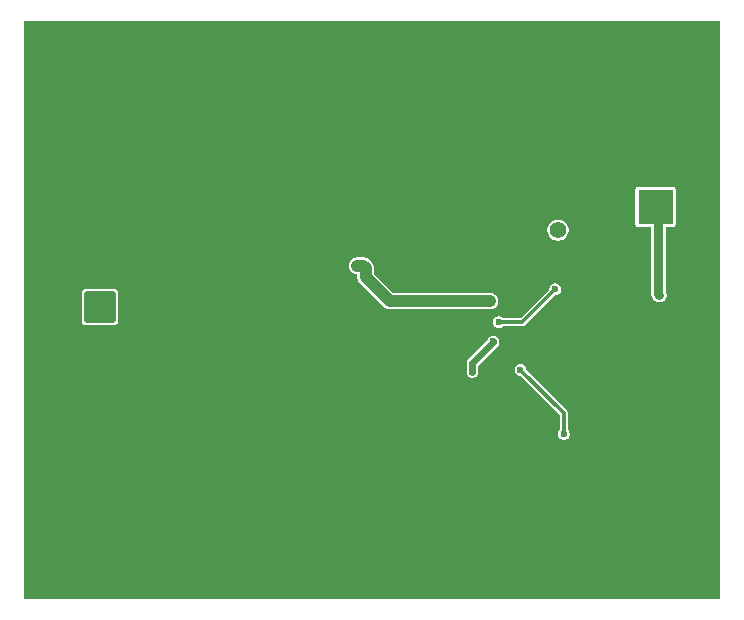
<source format=gbr>
%TF.GenerationSoftware,KiCad,Pcbnew,9.0.0*%
%TF.CreationDate,2025-04-27T18:44:57+09:00*%
%TF.ProjectId,LM25145_test,4c4d3235-3134-4355-9f74-6573742e6b69,rev?*%
%TF.SameCoordinates,Original*%
%TF.FileFunction,Copper,L2,Bot*%
%TF.FilePolarity,Positive*%
%FSLAX46Y46*%
G04 Gerber Fmt 4.6, Leading zero omitted, Abs format (unit mm)*
G04 Created by KiCad (PCBNEW 9.0.0) date 2025-04-27 18:44:57*
%MOMM*%
%LPD*%
G01*
G04 APERTURE LIST*
G04 Aperture macros list*
%AMRoundRect*
0 Rectangle with rounded corners*
0 $1 Rounding radius*
0 $2 $3 $4 $5 $6 $7 $8 $9 X,Y pos of 4 corners*
0 Add a 4 corners polygon primitive as box body*
4,1,4,$2,$3,$4,$5,$6,$7,$8,$9,$2,$3,0*
0 Add four circle primitives for the rounded corners*
1,1,$1+$1,$2,$3*
1,1,$1+$1,$4,$5*
1,1,$1+$1,$6,$7*
1,1,$1+$1,$8,$9*
0 Add four rect primitives between the rounded corners*
20,1,$1+$1,$2,$3,$4,$5,0*
20,1,$1+$1,$4,$5,$6,$7,0*
20,1,$1+$1,$6,$7,$8,$9,0*
20,1,$1+$1,$8,$9,$2,$3,0*%
G04 Aperture macros list end*
%TA.AperFunction,ComponentPad*%
%ADD10C,1.400000*%
%TD*%
%TA.AperFunction,ComponentPad*%
%ADD11RoundRect,0.250001X1.099999X-1.099999X1.099999X1.099999X-1.099999X1.099999X-1.099999X-1.099999X0*%
%TD*%
%TA.AperFunction,ComponentPad*%
%ADD12C,2.700000*%
%TD*%
%TA.AperFunction,ComponentPad*%
%ADD13R,3.000000X3.000000*%
%TD*%
%TA.AperFunction,ComponentPad*%
%ADD14C,3.000000*%
%TD*%
%TA.AperFunction,ViaPad*%
%ADD15C,0.600000*%
%TD*%
%TA.AperFunction,Conductor*%
%ADD16C,0.600000*%
%TD*%
%TA.AperFunction,Conductor*%
%ADD17C,0.300000*%
%TD*%
%TA.AperFunction,Conductor*%
%ADD18C,0.800000*%
%TD*%
%TA.AperFunction,Conductor*%
%ADD19C,1.000000*%
%TD*%
G04 APERTURE END LIST*
D10*
%TO.P,TP1,1,1*%
%TO.N,PGOOD*%
X100625000Y-56505000D03*
%TD*%
D11*
%TO.P,J1,1,Pin_1*%
%TO.N,Net-(J1-Pin_1)*%
X61830000Y-63017500D03*
D12*
%TO.P,J1,2,Pin_2*%
%TO.N,GND*%
X61830000Y-59057500D03*
%TD*%
D13*
%TO.P,J2,1,Pin_1*%
%TO.N,+5.1V*%
X108875000Y-54505000D03*
D14*
%TO.P,J2,2,Pin_2*%
%TO.N,GND*%
X108875000Y-49425000D03*
%TD*%
D15*
%TO.N,GND*%
X97380000Y-61260000D03*
X92880000Y-65260000D03*
X92880000Y-61260000D03*
%TO.N,Net-(U5-BST)*%
X95130690Y-65924069D03*
X93375000Y-68505000D03*
%TO.N,GND*%
X70380000Y-48510000D03*
X110880000Y-57260000D03*
X70630000Y-69260000D03*
X75380000Y-48510000D03*
X77380000Y-78760000D03*
X56130000Y-71510000D03*
X75880000Y-81510000D03*
X74380000Y-46260000D03*
X109880000Y-73260000D03*
X69880000Y-63260000D03*
X95380000Y-75260000D03*
X81880000Y-78760000D03*
X111880000Y-87260000D03*
X71380000Y-46260000D03*
X77380000Y-81510000D03*
X103880000Y-46260000D03*
X82880000Y-66260000D03*
X73380000Y-48510000D03*
X97630000Y-71760000D03*
X78630000Y-69260000D03*
X55880000Y-47260000D03*
X74380000Y-48510000D03*
X70380000Y-46260000D03*
X82880000Y-78760000D03*
X91880000Y-80760000D03*
X95380000Y-76260000D03*
X76880000Y-48510000D03*
X59880000Y-53260000D03*
X100380000Y-46260000D03*
X57380000Y-71510000D03*
X106380000Y-50260000D03*
X56880000Y-46260000D03*
X89380000Y-80760000D03*
X101880000Y-46260000D03*
X84880000Y-83760000D03*
X78380000Y-78760000D03*
X57380000Y-75510000D03*
X98880000Y-66760000D03*
X71630000Y-66510000D03*
X79880000Y-83260000D03*
X57380000Y-78010000D03*
X79630000Y-66510000D03*
X76130000Y-66510000D03*
X59880000Y-83260000D03*
X72630000Y-69260000D03*
X77630000Y-69260000D03*
X56130000Y-72760000D03*
X74880000Y-81510000D03*
X89380000Y-83760000D03*
X75880000Y-78760000D03*
X113880000Y-85260000D03*
X75130000Y-66510000D03*
X99380000Y-46260000D03*
X109880000Y-83260000D03*
X81880000Y-63760000D03*
X56130000Y-78010000D03*
X57380000Y-74260000D03*
X56130000Y-70260000D03*
X79380000Y-78760000D03*
X82880000Y-63760000D03*
X77880000Y-48510000D03*
X56130000Y-76760000D03*
X80880000Y-47760000D03*
X72630000Y-66510000D03*
X98880000Y-68260000D03*
X76880000Y-46260000D03*
X57880000Y-87260000D03*
X113880000Y-58260000D03*
X112880000Y-57260000D03*
X78880000Y-48510000D03*
X93880000Y-80760000D03*
X58630000Y-75510000D03*
X77630000Y-66510000D03*
X106380000Y-49260000D03*
X97630000Y-72760000D03*
X79380000Y-81510000D03*
X95380000Y-72760000D03*
X73380000Y-46260000D03*
X83630000Y-65010000D03*
X77880000Y-46260000D03*
X82880000Y-81510000D03*
X69380000Y-48510000D03*
X79880000Y-63260000D03*
X71630000Y-69260000D03*
X70630000Y-66510000D03*
X56130000Y-75510000D03*
X55880000Y-85260000D03*
X81880000Y-66260000D03*
X80880000Y-81510000D03*
X90380000Y-80760000D03*
X79630000Y-69260000D03*
X55880000Y-49260000D03*
X55880000Y-87260000D03*
X76130000Y-69260000D03*
X95380000Y-73760000D03*
X79880000Y-53260000D03*
X113880000Y-60260000D03*
X90380000Y-83760000D03*
X78380000Y-81510000D03*
X85880000Y-80760000D03*
X88380000Y-80760000D03*
X95380000Y-71760000D03*
X99880000Y-53260000D03*
X81130000Y-69260000D03*
X95380000Y-77260000D03*
X86880000Y-83760000D03*
X93880000Y-83760000D03*
X108880000Y-51760000D03*
X99880000Y-83260000D03*
X69880000Y-53260000D03*
X73880000Y-78760000D03*
X58630000Y-78010000D03*
X69880000Y-83260000D03*
X74130000Y-69260000D03*
X97630000Y-73760000D03*
X57380000Y-70260000D03*
X74130000Y-66510000D03*
X80130000Y-65010000D03*
X80880000Y-63760000D03*
X56130000Y-74260000D03*
X75380000Y-46260000D03*
X58630000Y-70260000D03*
X113880000Y-87260000D03*
X57380000Y-72760000D03*
X81880000Y-81510000D03*
X78630000Y-66510000D03*
X58630000Y-71510000D03*
X71380000Y-48510000D03*
X82130000Y-69260000D03*
X97630000Y-77260000D03*
X107380000Y-51260000D03*
X83130000Y-69260000D03*
X92880000Y-83760000D03*
X59880000Y-48260000D03*
X80880000Y-78760000D03*
X92880000Y-80760000D03*
X78880000Y-46260000D03*
X108880000Y-47260000D03*
X74880000Y-78760000D03*
X58880000Y-46260000D03*
X86880000Y-80760000D03*
X85880000Y-83760000D03*
X75130000Y-69260000D03*
X57380000Y-76760000D03*
X80880000Y-66260000D03*
X58630000Y-72760000D03*
X98880000Y-60510000D03*
X84880000Y-80760000D03*
X69380000Y-46260000D03*
X97630000Y-75260000D03*
X91880000Y-83760000D03*
X107380000Y-47760000D03*
X98880000Y-62010000D03*
X59880000Y-63260000D03*
X98380000Y-46260000D03*
X58630000Y-76760000D03*
X58630000Y-74260000D03*
X97630000Y-76260000D03*
X88380000Y-83760000D03*
X73880000Y-81510000D03*
X102880000Y-46260000D03*
%TO.N,+24V*%
X97438375Y-68318375D03*
X101125000Y-73755000D03*
%TO.N,+5.1V*%
X109212500Y-62005000D03*
%TO.N,+7.5V*%
X100375000Y-61505000D03*
X95609594Y-64279618D03*
%TO.N,Net-(Q2-G)*%
X94875000Y-62505000D03*
X83630000Y-59510000D03*
%TD*%
D16*
%TO.N,Net-(U5-BST)*%
X95130690Y-65924069D02*
X95130690Y-65999310D01*
X93375000Y-67755000D02*
X93375000Y-68505000D01*
X95130690Y-65999310D02*
X93375000Y-67755000D01*
D17*
%TO.N,+24V*%
X101125000Y-73755000D02*
X101125000Y-72005000D01*
X101125000Y-72005000D02*
X97438375Y-68318375D01*
D18*
%TO.N,+5.1V*%
X109125000Y-61917500D02*
X109125000Y-54755000D01*
X109125000Y-54755000D02*
X108875000Y-54505000D01*
X109212500Y-62005000D02*
X109125000Y-61917500D01*
D17*
%TO.N,+7.5V*%
X97600382Y-64279618D02*
X95609594Y-64279618D01*
X100375000Y-61505000D02*
X97600382Y-64279618D01*
D19*
%TO.N,Net-(Q2-G)*%
X86375000Y-62505000D02*
X94875000Y-62505000D01*
X84325000Y-60455000D02*
X86375000Y-62505000D01*
X84325000Y-59705000D02*
X84325000Y-60455000D01*
X84130000Y-59510000D02*
X84325000Y-59705000D01*
X83630000Y-59510000D02*
X84130000Y-59510000D01*
%TD*%
%TA.AperFunction,Conductor*%
%TO.N,GND*%
G36*
X114360148Y-38769852D02*
G01*
X114374500Y-38804500D01*
X114374500Y-87705500D01*
X114360148Y-87740148D01*
X114325500Y-87754500D01*
X55424500Y-87754500D01*
X55389852Y-87740148D01*
X55375500Y-87705500D01*
X55375500Y-67689104D01*
X92874500Y-67689104D01*
X92874500Y-68570895D01*
X92908607Y-68698184D01*
X92908608Y-68698188D01*
X92974500Y-68812314D01*
X93067686Y-68905500D01*
X93109457Y-68929617D01*
X93181811Y-68971391D01*
X93181813Y-68971391D01*
X93181814Y-68971392D01*
X93282207Y-68998292D01*
X93309104Y-69005499D01*
X93309105Y-69005500D01*
X93309108Y-69005500D01*
X93440895Y-69005500D01*
X93440895Y-69005499D01*
X93568186Y-68971392D01*
X93682314Y-68905500D01*
X93775500Y-68812314D01*
X93841392Y-68698186D01*
X93875499Y-68570895D01*
X93875500Y-68570895D01*
X93875500Y-68252479D01*
X96937875Y-68252479D01*
X96937875Y-68384270D01*
X96971982Y-68511559D01*
X96971983Y-68511563D01*
X97037875Y-68625689D01*
X97131061Y-68718875D01*
X97172832Y-68742992D01*
X97245186Y-68784766D01*
X97245188Y-68784766D01*
X97245189Y-68784767D01*
X97345582Y-68811667D01*
X97372479Y-68818874D01*
X97372480Y-68818875D01*
X97372483Y-68818875D01*
X97422897Y-68818875D01*
X97457545Y-68833227D01*
X100760148Y-72135830D01*
X100774500Y-72170478D01*
X100774500Y-73377390D01*
X100760148Y-73412038D01*
X100724501Y-73447685D01*
X100724500Y-73447685D01*
X100658608Y-73561811D01*
X100658607Y-73561815D01*
X100624500Y-73689104D01*
X100624500Y-73820895D01*
X100658607Y-73948184D01*
X100658608Y-73948188D01*
X100724500Y-74062314D01*
X100817686Y-74155500D01*
X100859457Y-74179617D01*
X100931811Y-74221391D01*
X100931813Y-74221391D01*
X100931814Y-74221392D01*
X101032207Y-74248292D01*
X101059104Y-74255499D01*
X101059105Y-74255500D01*
X101059108Y-74255500D01*
X101190895Y-74255500D01*
X101190895Y-74255499D01*
X101318186Y-74221392D01*
X101432314Y-74155500D01*
X101525500Y-74062314D01*
X101591392Y-73948186D01*
X101625499Y-73820895D01*
X101625500Y-73820895D01*
X101625500Y-73689105D01*
X101625499Y-73689104D01*
X101591392Y-73561815D01*
X101591391Y-73561811D01*
X101525499Y-73447685D01*
X101489852Y-73412038D01*
X101475500Y-73377390D01*
X101475500Y-71958853D01*
X101451614Y-71869713D01*
X101451613Y-71869709D01*
X101405469Y-71789787D01*
X97953227Y-68337545D01*
X97938875Y-68302897D01*
X97938875Y-68252480D01*
X97938874Y-68252479D01*
X97904767Y-68125190D01*
X97904766Y-68125186D01*
X97838874Y-68011060D01*
X97745689Y-67917875D01*
X97631563Y-67851983D01*
X97631559Y-67851982D01*
X97504270Y-67817875D01*
X97504267Y-67817875D01*
X97372483Y-67817875D01*
X97372480Y-67817875D01*
X97245190Y-67851982D01*
X97245186Y-67851983D01*
X97131060Y-67917875D01*
X97131060Y-67917876D01*
X97037876Y-68011060D01*
X97037875Y-68011060D01*
X96971983Y-68125186D01*
X96971982Y-68125190D01*
X96937875Y-68252479D01*
X93875500Y-68252479D01*
X93875500Y-67982610D01*
X93889852Y-67947962D01*
X95531189Y-66306625D01*
X95531190Y-66306624D01*
X95597082Y-66192496D01*
X95631189Y-66065205D01*
X95631190Y-66065205D01*
X95631190Y-65858174D01*
X95631189Y-65858173D01*
X95597082Y-65730884D01*
X95597081Y-65730880D01*
X95531189Y-65616754D01*
X95438004Y-65523569D01*
X95323878Y-65457677D01*
X95323874Y-65457676D01*
X95196585Y-65423569D01*
X95196582Y-65423569D01*
X95064798Y-65423569D01*
X95064795Y-65423569D01*
X94937505Y-65457676D01*
X94937501Y-65457677D01*
X94823375Y-65523569D01*
X94823375Y-65523570D01*
X94730191Y-65616754D01*
X94730190Y-65616754D01*
X94664298Y-65730880D01*
X94664297Y-65730884D01*
X94657811Y-65755091D01*
X94645129Y-65777056D01*
X93067686Y-67354500D01*
X92974501Y-67447685D01*
X92974500Y-67447685D01*
X92908608Y-67561811D01*
X92908607Y-67561815D01*
X92874500Y-67689104D01*
X55375500Y-67689104D01*
X55375500Y-61863225D01*
X60279500Y-61863225D01*
X60279500Y-64171753D01*
X60279502Y-64171777D01*
X60282353Y-64202195D01*
X60282354Y-64202201D01*
X60327204Y-64330376D01*
X60327208Y-64330385D01*
X60407849Y-64439650D01*
X60517114Y-64520291D01*
X60517117Y-64520292D01*
X60517118Y-64520293D01*
X60517120Y-64520293D01*
X60517123Y-64520295D01*
X60630838Y-64560085D01*
X60645302Y-64565146D01*
X60675735Y-64568000D01*
X62984264Y-64567999D01*
X63014698Y-64565146D01*
X63142882Y-64520293D01*
X63207231Y-64472802D01*
X63252150Y-64439650D01*
X63332791Y-64330385D01*
X63332791Y-64330384D01*
X63332793Y-64330382D01*
X63373614Y-64213722D01*
X95109094Y-64213722D01*
X95109094Y-64345513D01*
X95143201Y-64472802D01*
X95143202Y-64472806D01*
X95209094Y-64586932D01*
X95302280Y-64680118D01*
X95344051Y-64704235D01*
X95416405Y-64746009D01*
X95416407Y-64746009D01*
X95416408Y-64746010D01*
X95516801Y-64772910D01*
X95543698Y-64780117D01*
X95543699Y-64780118D01*
X95543702Y-64780118D01*
X95675489Y-64780118D01*
X95675489Y-64780117D01*
X95802780Y-64746010D01*
X95916908Y-64680118D01*
X95952556Y-64644470D01*
X95987204Y-64630118D01*
X97646529Y-64630118D01*
X97646529Y-64630117D01*
X97735670Y-64606232D01*
X97746294Y-64600098D01*
X97815594Y-64560088D01*
X100355829Y-62019851D01*
X100390477Y-62005500D01*
X100440895Y-62005500D01*
X100440895Y-62005499D01*
X100568186Y-61971392D01*
X100682314Y-61905500D01*
X100775500Y-61812314D01*
X100837676Y-61704623D01*
X100841391Y-61698188D01*
X100841391Y-61698187D01*
X100841392Y-61698186D01*
X100875499Y-61570895D01*
X100875500Y-61570895D01*
X100875500Y-61439105D01*
X100875499Y-61439104D01*
X100841392Y-61311815D01*
X100841391Y-61311811D01*
X100775499Y-61197685D01*
X100682314Y-61104500D01*
X100568188Y-61038608D01*
X100568184Y-61038607D01*
X100440895Y-61004500D01*
X100440892Y-61004500D01*
X100309108Y-61004500D01*
X100309105Y-61004500D01*
X100181815Y-61038607D01*
X100181811Y-61038608D01*
X100067685Y-61104500D01*
X100067685Y-61104501D01*
X99974501Y-61197685D01*
X99974500Y-61197685D01*
X99908608Y-61311811D01*
X99908607Y-61311815D01*
X99874500Y-61439104D01*
X99874500Y-61489522D01*
X99860148Y-61524170D01*
X97469552Y-63914766D01*
X97434904Y-63929118D01*
X95987204Y-63929118D01*
X95952556Y-63914766D01*
X95916908Y-63879118D01*
X95802782Y-63813226D01*
X95802778Y-63813225D01*
X95675489Y-63779118D01*
X95675486Y-63779118D01*
X95543702Y-63779118D01*
X95543699Y-63779118D01*
X95416409Y-63813225D01*
X95416405Y-63813226D01*
X95302279Y-63879118D01*
X95302279Y-63879119D01*
X95209095Y-63972303D01*
X95209094Y-63972303D01*
X95143202Y-64086429D01*
X95143201Y-64086433D01*
X95109094Y-64213722D01*
X63373614Y-64213722D01*
X63377646Y-64202198D01*
X63380500Y-64171765D01*
X63380499Y-61863236D01*
X63377646Y-61832802D01*
X63377162Y-61831420D01*
X63332795Y-61704623D01*
X63332791Y-61704614D01*
X63252150Y-61595349D01*
X63142885Y-61514708D01*
X63142876Y-61514704D01*
X63014697Y-61469853D01*
X62984265Y-61467000D01*
X60675746Y-61467000D01*
X60675722Y-61467002D01*
X60645304Y-61469853D01*
X60645298Y-61469854D01*
X60517123Y-61514704D01*
X60517114Y-61514708D01*
X60407849Y-61595349D01*
X60327208Y-61704614D01*
X60327204Y-61704623D01*
X60282353Y-61832801D01*
X60282353Y-61832802D01*
X60279500Y-61863225D01*
X55375500Y-61863225D01*
X55375500Y-59441001D01*
X82929500Y-59441001D01*
X82929500Y-59578998D01*
X82956417Y-59714318D01*
X82956420Y-59714328D01*
X83009225Y-59841811D01*
X83040137Y-59888074D01*
X83085883Y-59956539D01*
X83183460Y-60054116D01*
X83229102Y-60084613D01*
X83298189Y-60130775D01*
X83425672Y-60183580D01*
X83425678Y-60183581D01*
X83425681Y-60183582D01*
X83561001Y-60210499D01*
X83561007Y-60210500D01*
X83575500Y-60210500D01*
X83610148Y-60224852D01*
X83624500Y-60259500D01*
X83624500Y-60523997D01*
X83651418Y-60659320D01*
X83651420Y-60659328D01*
X83704225Y-60786811D01*
X83780886Y-60901543D01*
X85928457Y-63049114D01*
X86043189Y-63125775D01*
X86170672Y-63178580D01*
X86306006Y-63205500D01*
X94943993Y-63205500D01*
X95079328Y-63178580D01*
X95206811Y-63125775D01*
X95321542Y-63049114D01*
X95419114Y-62951542D01*
X95495775Y-62836811D01*
X95548580Y-62709328D01*
X95575500Y-62573993D01*
X95575500Y-62436007D01*
X95563110Y-62373717D01*
X95548582Y-62300681D01*
X95548579Y-62300670D01*
X95522117Y-62236785D01*
X95495775Y-62173189D01*
X95436221Y-62084060D01*
X95419116Y-62058460D01*
X95321539Y-61960883D01*
X95238651Y-61905500D01*
X95206811Y-61884225D01*
X95206808Y-61884223D01*
X95206807Y-61884223D01*
X95079329Y-61831420D01*
X95079318Y-61831417D01*
X94943998Y-61804500D01*
X94943993Y-61804500D01*
X86685453Y-61804500D01*
X86650805Y-61790148D01*
X85039852Y-60179195D01*
X85025500Y-60144547D01*
X85025500Y-59636007D01*
X85025499Y-59636001D01*
X84998582Y-59500681D01*
X84998579Y-59500670D01*
X84973866Y-59441007D01*
X84945775Y-59373189D01*
X84869114Y-59258457D01*
X84576543Y-58965886D01*
X84461811Y-58889225D01*
X84461808Y-58889223D01*
X84461807Y-58889223D01*
X84334329Y-58836420D01*
X84334320Y-58836418D01*
X84198997Y-58809500D01*
X84198994Y-58809500D01*
X84198993Y-58809500D01*
X83561007Y-58809500D01*
X83561001Y-58809500D01*
X83425681Y-58836417D01*
X83425670Y-58836420D01*
X83298192Y-58889223D01*
X83183460Y-58965883D01*
X83085883Y-59063460D01*
X83009223Y-59178192D01*
X82956420Y-59305670D01*
X82956417Y-59305681D01*
X82929500Y-59441001D01*
X55375500Y-59441001D01*
X55375500Y-56416303D01*
X99724500Y-56416303D01*
X99724500Y-56593696D01*
X99759103Y-56767656D01*
X99759106Y-56767666D01*
X99826987Y-56931547D01*
X99866726Y-56991021D01*
X99925533Y-57079032D01*
X100050967Y-57204466D01*
X100109640Y-57243670D01*
X100198453Y-57303013D01*
X100362334Y-57370894D01*
X100362340Y-57370895D01*
X100362343Y-57370896D01*
X100536303Y-57405499D01*
X100536309Y-57405500D01*
X100713691Y-57405500D01*
X100887666Y-57370894D01*
X101051547Y-57303013D01*
X101199035Y-57204464D01*
X101324464Y-57079035D01*
X101423013Y-56931547D01*
X101490894Y-56767666D01*
X101525500Y-56593691D01*
X101525500Y-56416309D01*
X101490894Y-56242334D01*
X101423013Y-56078453D01*
X101363670Y-55989640D01*
X101324466Y-55930967D01*
X101199032Y-55805533D01*
X101111021Y-55746726D01*
X101051547Y-55706987D01*
X101051544Y-55706985D01*
X101051543Y-55706985D01*
X100887667Y-55639106D01*
X100887656Y-55639103D01*
X100713696Y-55604500D01*
X100713691Y-55604500D01*
X100536309Y-55604500D01*
X100536303Y-55604500D01*
X100362343Y-55639103D01*
X100362332Y-55639106D01*
X100198456Y-55706985D01*
X100050967Y-55805533D01*
X99925533Y-55930967D01*
X99826985Y-56078456D01*
X99759106Y-56242332D01*
X99759103Y-56242343D01*
X99724500Y-56416303D01*
X55375500Y-56416303D01*
X55375500Y-52985252D01*
X107174500Y-52985252D01*
X107174500Y-56024748D01*
X107186133Y-56083231D01*
X107203882Y-56109795D01*
X107230447Y-56149552D01*
X107257012Y-56167301D01*
X107296769Y-56193867D01*
X107355252Y-56205500D01*
X108475500Y-56205500D01*
X108510148Y-56219852D01*
X108524500Y-56254500D01*
X108524500Y-61835429D01*
X108524499Y-61835447D01*
X108524499Y-61996559D01*
X108565422Y-62149283D01*
X108565423Y-62149286D01*
X108579224Y-62173189D01*
X108585766Y-62184520D01*
X108644480Y-62286216D01*
X108756284Y-62398020D01*
X108843784Y-62485520D01*
X108843787Y-62485521D01*
X108843790Y-62485524D01*
X108980714Y-62564576D01*
X108980716Y-62564577D01*
X109051593Y-62583568D01*
X109133441Y-62605501D01*
X109133443Y-62605501D01*
X109291560Y-62605501D01*
X109444281Y-62564578D01*
X109444279Y-62564578D01*
X109444285Y-62564577D01*
X109581216Y-62485520D01*
X109693020Y-62373716D01*
X109772077Y-62236785D01*
X109795524Y-62149283D01*
X109813001Y-62084060D01*
X109813001Y-61925941D01*
X109782554Y-61812315D01*
X109772077Y-61773216D01*
X109732065Y-61703912D01*
X109725500Y-61679412D01*
X109725500Y-56254500D01*
X109739852Y-56219852D01*
X109774500Y-56205500D01*
X110394745Y-56205500D01*
X110394748Y-56205500D01*
X110453231Y-56193867D01*
X110519552Y-56149552D01*
X110563867Y-56083231D01*
X110575500Y-56024748D01*
X110575500Y-52985252D01*
X110563867Y-52926769D01*
X110537301Y-52887012D01*
X110519552Y-52860447D01*
X110479795Y-52833882D01*
X110453231Y-52816133D01*
X110394748Y-52804500D01*
X107355252Y-52804500D01*
X107296769Y-52816133D01*
X107230447Y-52860447D01*
X107186133Y-52926769D01*
X107174500Y-52985252D01*
X55375500Y-52985252D01*
X55375500Y-38804500D01*
X55389852Y-38769852D01*
X55424500Y-38755500D01*
X114325500Y-38755500D01*
X114360148Y-38769852D01*
G37*
%TD.AperFunction*%
%TD*%
M02*

</source>
